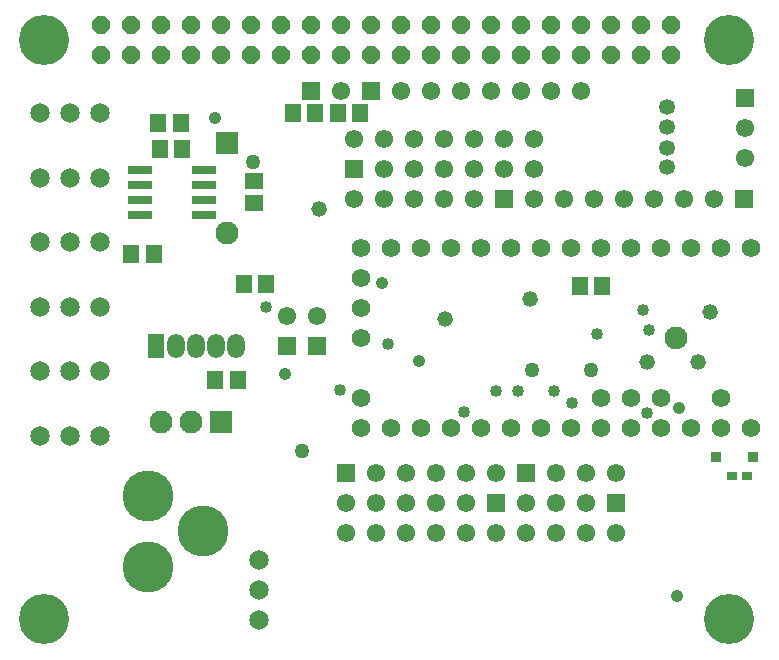
<source format=gbs>
G04 DipTrace 3.0.0.2*
G04 TeensyArbotixProRPIV0.2.gbs*
%MOIN*%
G04 #@! TF.FileFunction,Soldermask,Bot*
G04 #@! TF.Part,Single*
%AMOUTLINE0*5,1,8,0,0,0.065199,-22.499571*%
%ADD13C,0.04*%
%ADD21C,0.05*%
%ADD40R,0.035433X0.037402*%
%ADD41C,0.17*%
%ADD43C,0.065199*%
%ADD45C,0.05315*%
%ADD51C,0.073994*%
%ADD52C,0.076*%
%ADD59C,0.06194*%
%ADD69C,0.167*%
%ADD71C,0.052*%
%ADD73C,0.042*%
%ADD75R,0.08074X0.025622*%
%ADD81O,0.058X0.082*%
%ADD83R,0.058X0.082*%
%ADD89R,0.037433X0.029559*%
%ADD93C,0.076803*%
%ADD95R,0.076803X0.076803*%
%ADD107C,0.061055*%
%ADD109R,0.061055X0.061055*%
%ADD113R,0.061055X0.053181*%
%ADD119R,0.053181X0.061055*%
%ADD125OUTLINE0*%
%FSLAX26Y26*%
G04*
G70*
G90*
G75*
G01*
G04 BotMask*
%LPD*%
D73*
X1658701Y1653701D3*
X1335072Y1349685D3*
D71*
X1448701Y1898701D3*
X2753701Y1554971D3*
X2153311Y1598008D3*
X1868701Y1533701D3*
X2542903Y1390152D3*
X2753701Y1554971D3*
X2713180Y1387697D3*
X2753701Y1554971D3*
D73*
X1102916Y2200666D3*
X2650227Y1236015D3*
X2642851Y610559D3*
X1781988Y1393484D3*
D69*
X2814961Y531496D3*
X531496D3*
Y2460630D3*
X2814961D3*
D13*
X1678701Y1448701D3*
X1519158Y1294368D3*
X2376032Y1481858D3*
D21*
X1393701Y1093701D3*
X2357454Y1361815D3*
X2159593Y1362487D3*
X1228986Y2054824D3*
D13*
X2038701Y1293701D3*
X2293701Y1253701D3*
X2543701Y1218701D3*
X1933701Y1223701D3*
X2549327Y1496848D3*
X2528701Y1563701D3*
X2233701Y1293701D3*
X2113701D3*
X1273701Y1573701D3*
D119*
Y1648562D3*
X1198898D3*
D113*
X1233701Y1993701D3*
Y1918898D3*
D119*
X898701Y1748701D3*
X823898D3*
D109*
X2040987Y918701D3*
D107*
Y818701D3*
X1940987Y918701D3*
Y818701D3*
X1840987Y918701D3*
Y818701D3*
X1740987Y918701D3*
Y818701D3*
X1640987Y918701D3*
Y818701D3*
X1540987Y918701D3*
Y818701D3*
D109*
Y1018701D3*
D107*
X1640987D3*
X1740987D3*
X1840987D3*
X1940987D3*
X2040987D3*
D109*
X2440987Y918701D3*
D107*
Y818701D3*
X2340987Y918701D3*
Y818701D3*
X2240987Y918701D3*
Y818701D3*
X2140987Y918701D3*
Y818701D3*
D109*
Y1018701D3*
D107*
X2240987D3*
X2340987D3*
X2440987D3*
D109*
X1565987Y2033701D3*
D107*
Y2133701D3*
X1665987Y2033701D3*
Y2133701D3*
X1765987Y2033701D3*
Y2133701D3*
X1865987Y2033701D3*
Y2133701D3*
X1965987Y2033701D3*
Y2133701D3*
X2065987Y2033701D3*
Y2133701D3*
X2165987Y2033701D3*
Y2133701D3*
D109*
X2868701Y2268701D3*
D107*
Y2168701D3*
Y2068701D3*
D40*
X2896054Y1071992D3*
X2772038D3*
D41*
X878701Y943071D3*
Y706851D3*
X1063740Y824961D3*
D125*
X723229Y2410630D3*
Y2510630D3*
X823229Y2410630D3*
Y2510630D3*
X923229Y2410630D3*
Y2510630D3*
X1023229Y2410630D3*
Y2510630D3*
X1123229Y2410630D3*
Y2510630D3*
X1223229Y2410630D3*
Y2510630D3*
X1323229Y2410630D3*
Y2510630D3*
X1423229Y2410630D3*
Y2510630D3*
X1523229Y2410630D3*
Y2510630D3*
X1623229Y2410630D3*
Y2510630D3*
X1723229Y2410630D3*
Y2510630D3*
X1823229Y2410630D3*
Y2510630D3*
X1923229Y2410630D3*
Y2510630D3*
X2023229Y2410630D3*
Y2510630D3*
X2123229Y2410630D3*
Y2510630D3*
X2223229Y2410630D3*
Y2510630D3*
X2323229Y2410630D3*
Y2510630D3*
X2423229Y2410630D3*
Y2510630D3*
X2523229Y2410630D3*
Y2510630D3*
X2623229Y2410630D3*
Y2510630D3*
D43*
X518701Y2003701D3*
X618701D3*
X718701D3*
X518701Y1788701D3*
X618701D3*
X718701D3*
X518701Y1573701D3*
X618701D3*
X718701D3*
X518701Y1358701D3*
X618701D3*
X718701D3*
X518701Y1143701D3*
X618701D3*
X718701D3*
X518701Y2218701D3*
X618701D3*
X718701D3*
X1248701Y528701D3*
Y628701D3*
Y728701D3*
D109*
X2865987Y1933701D3*
D107*
X2765987D3*
X2665987D3*
X2565987D3*
X2465987D3*
X2365987D3*
X2265987D3*
X2165987D3*
D109*
X2065987D3*
D107*
X1965987D3*
X1865987D3*
X1765987D3*
X1665987D3*
X1565987D3*
D109*
X1423701Y2293701D3*
D107*
X1523701D3*
D109*
X1623701D3*
D107*
X1723701D3*
X1823701D3*
X1923701D3*
X2023701D3*
X2123701D3*
X2223701D3*
X2323701D3*
D109*
X1343701Y1443701D3*
D107*
Y1543701D3*
D109*
X1443701Y1443701D3*
D107*
Y1543701D3*
D45*
X2608701Y2238701D3*
Y2173701D3*
Y2103701D3*
Y2038701D3*
D95*
X1122963Y1189070D3*
D93*
X1022963D3*
X922963D3*
D89*
X2875649Y1010104D3*
X2824467D3*
D119*
X1178701Y1328701D3*
X1103898D3*
X1511299Y2218701D3*
X1586103D3*
X1436103D3*
X1361299D3*
X2393504Y1643701D3*
X2318701D3*
X988701Y2187063D3*
X913898D3*
X918701Y2098701D3*
X993504D3*
D51*
X2640987Y1468701D3*
D52*
D3*
D95*
X1143701Y2117914D3*
D93*
Y1818701D3*
D83*
X905290Y1443701D3*
D81*
X972290D3*
X1039290D3*
X1106290D3*
X1173290D3*
D59*
X2890987Y1768701D3*
X2790987D3*
X2690987D3*
X2590987D3*
X2490987D3*
X2390987D3*
X2290987D3*
X2190987D3*
X2090987D3*
X1990987D3*
X1890987D3*
X1790987D3*
X1690987D3*
X1590987D3*
Y1468701D3*
Y1568701D3*
Y1668701D3*
Y1268701D3*
Y1168701D3*
X1690987D3*
X1790987D3*
X1890987D3*
X1990987D3*
X2090987D3*
X2190987D3*
X2290987D3*
X2390987D3*
X2490987D3*
X2590987D3*
X2690987D3*
X2790987D3*
X2890987D3*
X2790987Y1268701D3*
X2590987D3*
X2490987D3*
X2390987D3*
D75*
X853701Y1878701D3*
Y1928701D3*
Y1978701D3*
Y2028701D3*
X1066299D3*
Y1978701D3*
Y1928701D3*
Y1878701D3*
M02*

</source>
